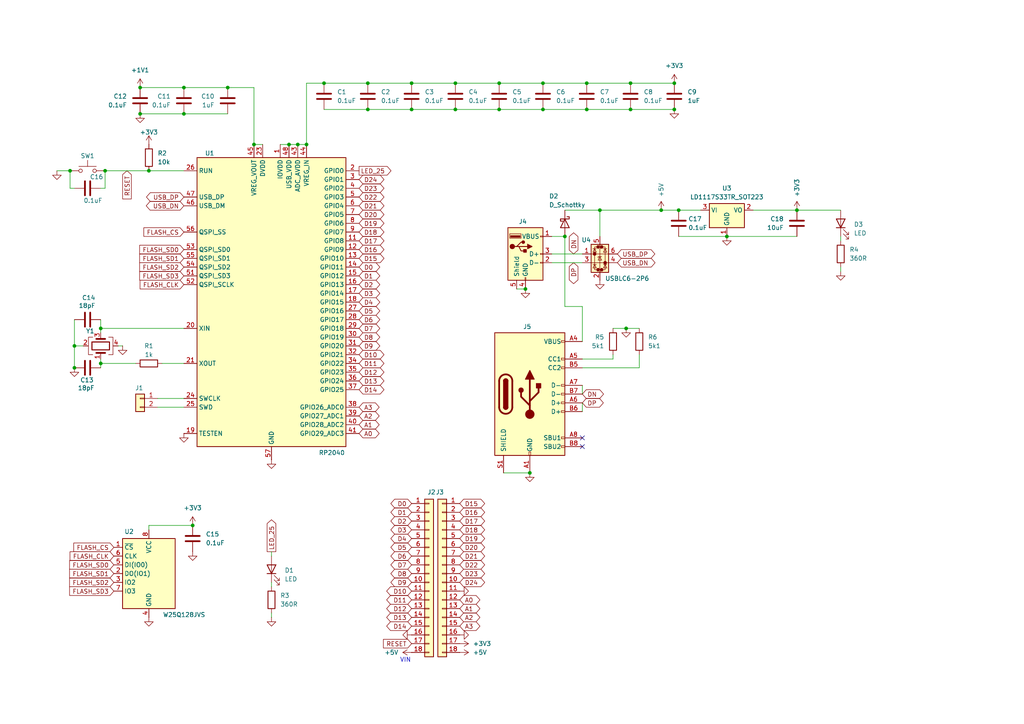
<source format=kicad_sch>
(kicad_sch (version 20231120) (generator "eeschema") (generator_version "8.0")
  (paper "A4")
  (lib_symbols
    (symbol "Connector:USB_A" (pin_names (offset 1.016))
      (property "Reference" "J" (at -5.08 11.43 0))
      (property "Value" "USB_A" (at -5.08 8.89 0))
      (symbol "USB_A_1_1"
        (pin power_in line (at 7.62 5.08 180) (length 2.54) (name "VBUS") (number "1"))
        (pin bidirectional line (at 7.62 -2.54 180) (length 2.54) (name "D-") (number "2"))
        (pin bidirectional line (at 7.62 0 180) (length 2.54) (name "D+") (number "3"))
        (pin power_in line (at 0 -10.16 90) (length 2.54) (name "GND") (number "4"))
        (pin passive line (at -2.54 -10.16 90) (length 2.54) (name "Shield") (number "5"))
      )
    )
    (symbol "Connector:USB_C_Receptacle_USB2.0_16P" (pin_names (offset 1.016))
      (property "Reference" "J" (at 0 22.225 0))
      (property "Value" "USB_C_Receptacle_USB2.0_16P" (at 0 19.685 0))
      (symbol "USB_C_Receptacle_USB2.0_16P_1_1"
        (pin passive line (at 0 -22.86 90) (length 5.08) (name "GND") (number "A1"))
        (pin passive line (at 0 -22.86 90) (length 5.08) hide (name "GND") (number "A12"))
        (pin passive line (at 15.24 15.24 180) (length 5.08) (name "VBUS") (number "A4"))
        (pin bidirectional line (at 15.24 10.16 180) (length 5.08) (name "CC1") (number "A5"))
        (pin bidirectional line (at 15.24 -2.54 180) (length 5.08) (name "D+") (number "A6"))
        (pin bidirectional line (at 15.24 2.54 180) (length 5.08) (name "D-") (number "A7"))
        (pin bidirectional line (at 15.24 -12.7 180) (length 5.08) (name "SBU1") (number "A8"))
        (pin passive line (at 15.24 15.24 180) (length 5.08) hide (name "VBUS") (number "A9"))
        (pin passive line (at 0 -22.86 90) (length 5.08) hide (name "GND") (number "B1"))
        (pin passive line (at 0 -22.86 90) (length 5.08) hide (name "GND") (number "B12"))
        (pin passive line (at 15.24 15.24 180) (length 5.08) hide (name "VBUS") (number "B4"))
        (pin bidirectional line (at 15.24 7.62 180) (length 5.08) (name "CC2") (number "B5"))
        (pin bidirectional line (at 15.24 -5.08 180) (length 5.08) (name "D+") (number "B6"))
        (pin bidirectional line (at 15.24 0 180) (length 5.08) (name "D-") (number "B7"))
        (pin bidirectional line (at 15.24 -15.24 180) (length 5.08) (name "SBU2") (number "B8"))
        (pin passive line (at 15.24 15.24 180) (length 5.08) hide (name "VBUS") (number "B9"))
        (pin passive line (at -7.62 -22.86 90) (length 5.08) (name "SHIELD") (number "S1"))
      )
    )
    (symbol "Connector_Generic:Conn_01x02" (pin_names (offset 1.016) hide)
      (property "Reference" "J" (at 0 2.54 0))
      (property "Value" "Conn_01x02" (at 0 -5.08 0))
      (symbol "Conn_01x02_1_1"
        (pin passive line (at -5.08 0 0) (length 3.81) (name "Pin_1") (number "1"))
        (pin passive line (at -5.08 -2.54 0) (length 3.81) (name "Pin_2") (number "2"))
      )
    )
    (symbol "Connector_Generic:Conn_01x18" (pin_names (offset 1.016) hide)
      (property "Reference" "J" (at 0 22.86 0))
      (property "Value" "Conn_01x18" (at 0 -25.4 0))
      (symbol "Conn_01x18_1_1"
        (pin passive line (at -5.08 20.32 0) (length 3.81) (name "Pin_1") (number "1"))
        (pin passive line (at -5.08 -2.54 0) (length 3.81) (name "Pin_10") (number "10"))
        (pin passive line (at -5.08 -5.08 0) (length 3.81) (name "Pin_11") (number "11"))
        (pin passive line (at -5.08 -7.62 0) (length 3.81) (name "Pin_12") (number "12"))
        (pin passive line (at -5.08 -10.16 0) (length 3.81) (name "Pin_13") (number "13"))
        (pin passive line (at -5.08 -12.7 0) (length 3.81) (name "Pin_14") (number "14"))
        (pin passive line (at -5.08 -15.24 0) (length 3.81) (name "Pin_15") (number "15"))
        (pin passive line (at -5.08 -17.78 0) (length 3.81) (name "Pin_16") (number "16"))
        (pin passive line (at -5.08 -20.32 0) (length 3.81) (name "Pin_17") (number "17"))
        (pin passive line (at -5.08 -22.86 0) (length 3.81) (name "Pin_18") (number "18"))
        (pin passive line (at -5.08 17.78 0) (length 3.81) (name "Pin_2") (number "2"))
        (pin passive line (at -5.08 15.24 0) (length 3.81) (name "Pin_3") (number "3"))
        (pin passive line (at -5.08 12.7 0) (length 3.81) (name "Pin_4") (number "4"))
        (pin passive line (at -5.08 10.16 0) (length 3.81) (name "Pin_5") (number "5"))
        (pin passive line (at -5.08 7.62 0) (length 3.81) (name "Pin_6") (number "6"))
        (pin passive line (at -5.08 5.08 0) (length 3.81) (name "Pin_7") (number "7"))
        (pin passive line (at -5.08 2.54 0) (length 3.81) (name "Pin_8") (number "8"))
        (pin passive line (at -5.08 0 0) (length 3.81) (name "Pin_9") (number "9"))
      )
    )
    (symbol "Device:C" (pin_numbers hide) (pin_names (offset 0.254))
      (property "Reference" "C" (at 0.635 2.54 0))
      (property "Value" "C" (at 0.635 -2.54 0))
      (symbol "C_1_1"
        (pin passive line (at 0 3.81 270) (length 2.794) (name "~") (number "1"))
        (pin passive line (at 0 -3.81 90) (length 2.794) (name "~") (number "2"))
      )
    )
    (symbol "Device:Crystal_GND24" (pin_names (offset 1.016) hide)
      (property "Reference" "Y" (at 3.175 5.08 0))
      (property "Value" "Crystal_GND24" (at 3.175 3.175 0))
      (symbol "Crystal_GND24_1_1"
        (pin passive line (at -3.81 0 0) (length 1.27) (name "1") (number "1"))
        (pin passive line (at 0 5.08 270) (length 1.27) (name "2") (number "2"))
        (pin passive line (at 3.81 0 180) (length 1.27) (name "3") (number "3"))
        (pin passive line (at 0 -5.08 90) (length 1.27) (name "4") (number "4"))
      )
    )
    (symbol "Device:D_Schottky" (pin_numbers hide) (pin_names (offset 1.016) hide)
      (property "Reference" "D" (at 0 2.54 0))
      (property "Value" "D_Schottky" (at 0 -2.54 0))
      (symbol "D_Schottky_1_1"
        (pin passive line (at -3.81 0 0) (length 2.54) (name "K") (number "1"))
        (pin passive line (at 3.81 0 180) (length 2.54) (name "A") (number "2"))
      )
    )
    (symbol "Device:LED" (pin_numbers hide) (pin_names (offset 1.016) hide)
      (property "Reference" "D" (at 0 2.54 0))
      (property "Value" "LED" (at 0 -2.54 0))
      (symbol "LED_1_1"
        (pin passive line (at -3.81 0 0) (length 2.54) (name "K") (number "1"))
        (pin passive line (at 3.81 0 180) (length 2.54) (name "A") (number "2"))
      )
    )
    (symbol "Device:R" (pin_numbers hide) (pin_names (offset 0))
      (property "Reference" "R" (at 2.032 0 90))
      (property "Value" "R" (at 0 0 90))
      (symbol "R_1_1"
        (pin passive line (at 0 3.81 270) (length 1.27) (name "~") (number "1"))
        (pin passive line (at 0 -3.81 90) (length 1.27) (name "~") (number "2"))
      )
    )
    (symbol "MCU_RaspberryPi:RP2040"
      (property "Reference" "U" (at 17.78 45.72 0))
      (property "Value" "RP2040" (at 17.78 43.18 0))
      (symbol "RP2040_1_1"
        (pin power_in line (at 2.54 45.72 270) (length 3.81) (name "IOVDD") (number "1"))
        (pin passive line (at 2.54 45.72 270) (length 3.81) hide (name "IOVDD") (number "10"))
        (pin bidirectional line (at 25.4 17.78 180) (length 3.81) (name "GPIO8") (number "11"))
        (pin bidirectional line (at 25.4 15.24 180) (length 3.81) (name "GPIO9") (number "12"))
        (pin bidirectional line (at 25.4 12.7 180) (length 3.81) (name "GPIO10") (number "13"))
        (pin bidirectional line (at 25.4 10.16 180) (length 3.81) (name "GPIO11") (number "14"))
        (pin bidirectional line (at 25.4 7.62 180) (length 3.81) (name "GPIO12") (number "15"))
        (pin bidirectional line (at 25.4 5.08 180) (length 3.81) (name "GPIO13") (number "16"))
        (pin bidirectional line (at 25.4 2.54 180) (length 3.81) (name "GPIO14") (number "17"))
        (pin bidirectional line (at 25.4 0 180) (length 3.81) (name "GPIO15") (number "18"))
        (pin input line (at -25.4 -38.1 0) (length 3.81) (name "TESTEN") (number "19"))
        (pin bidirectional line (at 25.4 38.1 180) (length 3.81) (name "GPIO0") (number "2"))
        (pin input line (at -25.4 -7.62 0) (length 3.81) (name "XIN") (number "20"))
        (pin passive line (at -25.4 -17.78 0) (length 3.81) (name "XOUT") (number "21"))
        (pin passive line (at 2.54 45.72 270) (length 3.81) hide (name "IOVDD") (number "22"))
        (pin power_in line (at -2.54 45.72 270) (length 3.81) (name "DVDD") (number "23"))
        (pin input line (at -25.4 -27.94 0) (length 3.81) (name "SWCLK") (number "24"))
        (pin bidirectional line (at -25.4 -30.48 0) (length 3.81) (name "SWD") (number "25"))
        (pin input line (at -25.4 38.1 0) (length 3.81) (name "RUN") (number "26"))
        (pin bidirectional line (at 25.4 -2.54 180) (length 3.81) (name "GPIO16") (number "27"))
        (pin bidirectional line (at 25.4 -5.08 180) (length 3.81) (name "GPIO17") (number "28"))
        (pin bidirectional line (at 25.4 -7.62 180) (length 3.81) (name "GPIO18") (number "29"))
        (pin bidirectional line (at 25.4 35.56 180) (length 3.81) (name "GPIO1") (number "3"))
        (pin bidirectional line (at 25.4 -10.16 180) (length 3.81) (name "GPIO19") (number "30"))
        (pin bidirectional line (at 25.4 -12.7 180) (length 3.81) (name "GPIO20") (number "31"))
        (pin bidirectional line (at 25.4 -15.24 180) (length 3.81) (name "GPIO21") (number "32"))
        (pin passive line (at 2.54 45.72 270) (length 3.81) hide (name "IOVDD") (number "33"))
        (pin bidirectional line (at 25.4 -17.78 180) (length 3.81) (name "GPIO22") (number "34"))
        (pin bidirectional line (at 25.4 -20.32 180) (length 3.81) (name "GPIO23") (number "35"))
        (pin bidirectional line (at 25.4 -22.86 180) (length 3.81) (name "GPIO24") (number "36"))
        (pin bidirectional line (at 25.4 -25.4 180) (length 3.81) (name "GPIO25") (number "37"))
        (pin bidirectional line (at 25.4 -30.48 180) (length 3.81) (name "GPIO26_ADC0") (number "38"))
        (pin bidirectional line (at 25.4 -33.02 180) (length 3.81) (name "GPIO27_ADC1") (number "39"))
        (pin bidirectional line (at 25.4 33.02 180) (length 3.81) (name "GPIO2") (number "4"))
        (pin bidirectional line (at 25.4 -35.56 180) (length 3.81) (name "GPIO28_ADC2") (number "40"))
        (pin bidirectional line (at 25.4 -38.1 180) (length 3.81) (name "GPIO29_ADC3") (number "41"))
        (pin passive line (at 2.54 45.72 270) (length 3.81) hide (name "IOVDD") (number "42"))
        (pin power_in line (at 7.62 45.72 270) (length 3.81) (name "ADC_AVDD") (number "43"))
        (pin power_in line (at 10.16 45.72 270) (length 3.81) (name "VREG_IN") (number "44"))
        (pin power_out line (at -5.08 45.72 270) (length 3.81) (name "VREG_VOUT") (number "45"))
        (pin bidirectional line (at -25.4 27.94 0) (length 3.81) (name "USB_DM") (number "46"))
        (pin bidirectional line (at -25.4 30.48 0) (length 3.81) (name "USB_DP") (number "47"))
        (pin power_in line (at 5.08 45.72 270) (length 3.81) (name "USB_VDD") (number "48"))
        (pin passive line (at 2.54 45.72 270) (length 3.81) hide (name "IOVDD") (number "49"))
        (pin bidirectional line (at 25.4 30.48 180) (length 3.81) (name "GPIO3") (number "5"))
        (pin passive line (at -2.54 45.72 270) (length 3.81) hide (name "DVDD") (number "50"))
        (pin bidirectional line (at -25.4 7.62 0) (length 3.81) (name "QSPI_SD3") (number "51"))
        (pin output line (at -25.4 5.08 0) (length 3.81) (name "QSPI_SCLK") (number "52"))
        (pin bidirectional line (at -25.4 15.24 0) (length 3.81) (name "QSPI_SD0") (number "53"))
        (pin bidirectional line (at -25.4 10.16 0) (length 3.81) (name "QSPI_SD2") (number "54"))
        (pin bidirectional line (at -25.4 12.7 0) (length 3.81) (name "QSPI_SD1") (number "55"))
        (pin bidirectional line (at -25.4 20.32 0) (length 3.81) (name "QSPI_SS") (number "56"))
        (pin power_in line (at 0 -45.72 90) (length 3.81) (name "GND") (number "57"))
        (pin bidirectional line (at 25.4 27.94 180) (length 3.81) (name "GPIO4") (number "6"))
        (pin bidirectional line (at 25.4 25.4 180) (length 3.81) (name "GPIO5") (number "7"))
        (pin bidirectional line (at 25.4 22.86 180) (length 3.81) (name "GPIO6") (number "8"))
        (pin bidirectional line (at 25.4 20.32 180) (length 3.81) (name "GPIO7") (number "9"))
      )
    )
    (symbol "Memory_Flash:W25Q128JVS"
      (property "Reference" "U" (at -8.89 8.89 0))
      (property "Value" "W25Q128JVS" (at 7.62 8.89 0))
      (symbol "W25Q128JVS_1_1"
        (pin input line (at -10.16 7.62 0) (length 2.54) (name "~{CS}") (number "1"))
        (pin bidirectional line (at -10.16 0 0) (length 2.54) (name "DO(IO1)") (number "2"))
        (pin bidirectional line (at -10.16 -2.54 0) (length 2.54) (name "IO2") (number "3"))
        (pin power_in line (at 0 -12.7 90) (length 2.54) (name "GND") (number "4"))
        (pin bidirectional line (at -10.16 2.54 0) (length 2.54) (name "DI(IO0)") (number "5"))
        (pin input line (at -10.16 5.08 0) (length 2.54) (name "CLK") (number "6"))
        (pin bidirectional line (at -10.16 -5.08 0) (length 2.54) (name "IO3") (number "7"))
        (pin power_in line (at 0 12.7 270) (length 2.54) (name "VCC") (number "8"))
      )
    )
    (symbol "Power_Protection:USBLC6-2P6" (pin_names hide)
      (property "Reference" "U" (at 0.635 5.715 0))
      (property "Value" "USBLC6-2P6" (at 0.635 3.81 0))
      (symbol "USBLC6-2P6_1_1"
        (pin passive line (at -5.08 0 0) (length 2.54) (name "I/O1") (number "1"))
        (pin passive line (at 0 -7.62 90) (length 2.54) (name "GND") (number "2"))
        (pin passive line (at -5.08 -2.54 0) (length 2.54) (name "I/O2") (number "3"))
        (pin passive line (at 5.08 -2.54 180) (length 2.54) (name "I/O2") (number "4"))
        (pin passive line (at 0 5.08 270) (length 2.54) (name "VBUS") (number "5"))
        (pin passive line (at 5.08 0 180) (length 2.54) (name "I/O1") (number "6"))
      )
    )
    (symbol "Regulator_Linear:LD1117S33TR_SOT223"
      (property "Reference" "U" (at -3.81 3.175 0))
      (property "Value" "LD1117S33TR_SOT223" (at 0 3.175 0))
      (symbol "LD1117S33TR_SOT223_1_1"
        (pin power_in line (at 0 -7.62 90) (length 2.54) (name "GND") (number "1"))
        (pin power_out line (at 7.62 0 180) (length 2.54) (name "VO") (number "2"))
        (pin power_in line (at -7.62 0 0) (length 2.54) (name "VI") (number "3"))
      )
    )
    (symbol "Switch:SW_Push" (pin_numbers hide) (pin_names (offset 1.016) hide)
      (property "Reference" "SW" (at 1.27 2.54 0))
      (property "Value" "SW_Push" (at 0 -1.524 0))
      (symbol "SW_Push_0_1"
        (pin passive line (at -5.08 0 0) (length 2.54) (name "1") (number "1"))
        (pin passive line (at 5.08 0 180) (length 2.54) (name "2") (number "2"))
      )
    )
    (symbol "power:+1V1" (power) (pin_numbers hide) (pin_names (offset 0) hide)
      (property "Value" "+1V1" (at 0 3.556 0))
      (symbol "+1V1_1_1"
        (pin power_in line (at 0 0 90) (length 0) (name "~") (number "1"))
      )
    )
    (symbol "power:+3V3" (power) (pin_numbers hide) (pin_names (offset 0) hide)
      (property "Value" "+3V3" (at 0 3.556 0))
      (symbol "+3V3_1_1"
        (pin power_in line (at 0 0 90) (length 0) (name "~") (number "1"))
      )
    )
    (symbol "power:+5V" (power) (pin_numbers hide) (pin_names (offset 0) hide)
      (property "Value" "+5V" (at 0 3.556 0))
      (symbol "+5V_1_1"
        (pin power_in line (at 0 0 90) (length 0) (name "~") (number "1"))
      )
    )
    (symbol "power:GND" (power) (pin_numbers hide) (pin_names (offset 0) hide)
      (property "Value" "GND" (at 0 -3.81 0))
      (symbol "GND_1_1"
        (pin power_in line (at 0 0 270) (length 0) (name "~") (number "1"))
      )
    )
  )
  (junction (at 40.64 33.02))
  (junction (at 231.14 60.96))
  (junction (at 210.82 68.58))
  (junction (at 73.66 41.91))
  (junction (at 86.36 41.91))
  (junction (at 30.48 49.53))
  (junction (at 157.48 31.75))
  (junction (at 21.59 106.68))
  (junction (at 170.18 31.75))
  (junction (at 66.04 25.4))
  (junction (at 93.98 24.13))
  (junction (at 182.88 31.75))
  (junction (at 55.88 152.4))
  (junction (at 20.32 49.53))
  (junction (at 173.99 60.96))
  (junction (at 88.9 41.91))
  (junction (at 43.18 49.53))
  (junction (at 196.85 60.96))
  (junction (at 152.4 83.82))
  (junction (at 21.59 100.33))
  (junction (at 40.64 25.4))
  (junction (at 53.34 25.4))
  (junction (at 163.83 68.58))
  (junction (at 29.21 95.25))
  (junction (at 170.18 24.13))
  (junction (at 153.67 137.16))
  (junction (at 132.08 31.75))
  (junction (at 182.88 24.13))
  (junction (at 106.68 31.75))
  (junction (at 119.38 31.75))
  (junction (at 144.78 24.13))
  (junction (at 132.08 24.13))
  (junction (at 106.68 24.13))
  (junction (at 29.21 105.41))
  (junction (at 144.78 31.75))
  (junction (at 195.58 24.13))
  (junction (at 83.82 41.91))
  (junction (at 157.48 24.13))
  (junction (at 195.58 31.75))
  (junction (at 119.38 24.13))
  (junction (at 53.34 33.02))
  (junction (at 191.77 60.96))
  (junction (at 181.61 95.25))
  (no_connect (at 168.91 127))
  (no_connect (at 168.91 129.54))
  (wire (pts (xy 177.8 102.87) (xy 177.8 104.14)))
  (wire (pts (xy 83.82 41.91) (xy 86.36 41.91)))
  (wire (pts (xy 168.91 106.68) (xy 185.42 106.68)))
  (wire (pts (xy 173.99 60.96) (xy 173.99 68.58)))
  (wire (pts (xy 196.85 60.96) (xy 203.2 60.96)))
  (wire (pts (xy 173.99 60.96) (xy 191.77 60.96)))
  (wire (pts (xy 146.05 137.16) (xy 153.67 137.16)))
  (wire (pts (xy 29.21 105.41) (xy 39.37 105.41)))
  (wire (pts (xy 160.02 68.58) (xy 163.83 68.58)))
  (wire (pts (xy 93.98 31.75) (xy 106.68 31.75)))
  (wire (pts (xy 30.48 49.53) (xy 43.18 49.53)))
  (wire (pts (xy 243.84 68.58) (xy 243.84 69.85)))
  (wire (pts (xy 195.58 24.13) (xy 182.88 24.13)))
  (wire (pts (xy 45.72 115.57) (xy 53.34 115.57)))
  (wire (pts (xy 78.74 177.8) (xy 78.74 179.07)))
  (wire (pts (xy 78.74 168.91) (xy 78.74 170.18)))
  (wire (pts (xy 168.91 88.9) (xy 163.83 88.9)))
  (wire (pts (xy 182.88 24.13) (xy 170.18 24.13)))
  (wire (pts (xy 21.59 92.71) (xy 21.59 100.33)))
  (wire (pts (xy 29.21 104.14) (xy 29.21 105.41)))
  (wire (pts (xy 29.21 95.25) (xy 53.34 95.25)))
  (wire (pts (xy 163.83 60.96) (xy 173.99 60.96)))
  (wire (pts (xy 157.48 24.13) (xy 170.18 24.13)))
  (wire (pts (xy 46.99 105.41) (xy 53.34 105.41)))
  (wire (pts (xy 119.38 31.75) (xy 132.08 31.75)))
  (wire (pts (xy 43.18 153.67) (xy 43.18 152.4)))
  (wire (pts (xy 66.04 25.4) (xy 73.66 25.4)))
  (wire (pts (xy 196.85 68.58) (xy 210.82 68.58)))
  (wire (pts (xy 168.91 111.76) (xy 168.91 114.3)))
  (wire (pts (xy 81.28 41.91) (xy 83.82 41.91)))
  (wire (pts (xy 243.84 77.47) (xy 243.84 78.74)))
  (wire (pts (xy 29.21 92.71) (xy 29.21 95.25)))
  (wire (pts (xy 160.02 76.2) (xy 168.91 76.2)))
  (wire (pts (xy 88.9 41.91) (xy 86.36 41.91)))
  (wire (pts (xy 163.83 88.9) (xy 163.83 68.58)))
  (wire (pts (xy 119.38 31.75) (xy 106.68 31.75)))
  (wire (pts (xy 160.02 73.66) (xy 168.91 73.66)))
  (wire (pts (xy 144.78 24.13) (xy 157.48 24.13)))
  (wire (pts (xy 182.88 31.75) (xy 170.18 31.75)))
  (wire (pts (xy 29.21 105.41) (xy 29.21 106.68)))
  (wire (pts (xy 45.72 118.11) (xy 53.34 118.11)))
  (wire (pts (xy 78.74 160.02) (xy 78.74 161.29)))
  (wire (pts (xy 210.82 68.58) (xy 231.14 68.58)))
  (wire (pts (xy 73.66 41.91) (xy 76.2 41.91)))
  (wire (pts (xy 29.21 96.52) (xy 29.21 95.25)))
  (wire (pts (xy 168.91 116.84) (xy 168.91 119.38)))
  (wire (pts (xy 21.59 54.61) (xy 20.32 54.61)))
  (wire (pts (xy 88.9 24.13) (xy 93.98 24.13)))
  (wire (pts (xy 40.64 25.4) (xy 53.34 25.4)))
  (wire (pts (xy 132.08 24.13) (xy 144.78 24.13)))
  (wire (pts (xy 93.98 24.13) (xy 106.68 24.13)))
  (wire (pts (xy 231.14 60.96) (xy 243.84 60.96)))
  (wire (pts (xy 34.29 100.33) (xy 35.56 100.33)))
  (wire (pts (xy 20.32 54.61) (xy 20.32 49.53)))
  (wire (pts (xy 29.21 54.61) (xy 30.48 54.61)))
  (wire (pts (xy 182.88 31.75) (xy 195.58 31.75)))
  (wire (pts (xy 21.59 100.33) (xy 24.13 100.33)))
  (wire (pts (xy 170.18 31.75) (xy 157.48 31.75)))
  (wire (pts (xy 43.18 152.4) (xy 55.88 152.4)))
  (wire (pts (xy 168.91 99.06) (xy 168.91 88.9)))
  (wire (pts (xy 149.86 83.82) (xy 152.4 83.82)))
  (wire (pts (xy 30.48 54.61) (xy 30.48 49.53)))
  (wire (pts (xy 196.85 60.96) (xy 191.77 60.96)))
  (wire (pts (xy 119.38 24.13) (xy 106.68 24.13)))
  (wire (pts (xy 40.64 33.02) (xy 53.34 33.02)))
  (wire (pts (xy 16.51 49.53) (xy 20.32 49.53)))
  (wire (pts (xy 88.9 41.91) (xy 88.9 24.13)))
  (wire (pts (xy 132.08 31.75) (xy 144.78 31.75)))
  (wire (pts (xy 181.61 95.25) (xy 185.42 95.25)))
  (wire (pts (xy 218.44 60.96) (xy 231.14 60.96)))
  (wire (pts (xy 144.78 31.75) (xy 157.48 31.75)))
  (wire (pts (xy 177.8 104.14) (xy 168.91 104.14)))
  (wire (pts (xy 185.42 106.68) (xy 185.42 102.87)))
  (wire (pts (xy 21.59 106.68) (xy 21.59 100.33)))
  (wire (pts (xy 43.18 49.53) (xy 53.34 49.53)))
  (wire (pts (xy 53.34 25.4) (xy 66.04 25.4)))
  (wire (pts (xy 73.66 25.4) (xy 73.66 41.91)))
  (wire (pts (xy 177.8 95.25) (xy 181.61 95.25)))
  (wire (pts (xy 119.38 24.13) (xy 132.08 24.13)))
  (wire (pts (xy 53.34 33.02) (xy 66.04 33.02)))
  (text "VIN" (at 117.602 191.516 0) (effects (font (size 1.27 1.27))))
  (global_label "D21" (shape bidirectional) (at 104.14 59.69 0) (property "Intersheetrefs" "${INTERSHEET_REFS}" (effects (hide yes))))
  (global_label "DN" (shape bidirectional) (at 166.37 73.66 90) (property "Intersheetrefs" "${INTERSHEET_REFS}" (effects (hide yes))))
  (global_label "D1" (shape bidirectional) (at 104.14 80.01 0) (property "Intersheetrefs" "${INTERSHEET_REFS}" (effects (hide yes))))
  (global_label "USB_DN" (shape bidirectional) (at 53.34 59.69 180) (property "Intersheetrefs" "${INTERSHEET_REFS}" (effects (hide yes))))
  (global_label "FLASH_SD0" (shape input) (at 33.02 163.83 180) (property "Intersheetrefs" "${INTERSHEET_REFS}" (effects (hide yes))))
  (global_label "D12" (shape bidirectional) (at 119.38 176.53 180) (property "Intersheetrefs" "${INTERSHEET_REFS}" (effects (hide yes))))
  (global_label "D21" (shape bidirectional) (at 133.35 161.29 0) (property "Intersheetrefs" "${INTERSHEET_REFS}" (effects (hide yes))))
  (global_label "D23" (shape bidirectional) (at 133.35 166.37 0) (property "Intersheetrefs" "${INTERSHEET_REFS}" (effects (hide yes))))
  (global_label "D10" (shape bidirectional) (at 104.14 102.87 0) (property "Intersheetrefs" "${INTERSHEET_REFS}" (effects (hide yes))))
  (global_label "FLASH_SD2" (shape input) (at 33.02 168.91 180) (property "Intersheetrefs" "${INTERSHEET_REFS}" (effects (hide yes))))
  (global_label "D17" (shape bidirectional) (at 104.14 69.85 0) (property "Intersheetrefs" "${INTERSHEET_REFS}" (effects (hide yes))))
  (global_label "A3" (shape bidirectional) (at 133.35 181.61 0) (property "Intersheetrefs" "${INTERSHEET_REFS}" (effects (hide yes))))
  (global_label "DP" (shape bidirectional) (at 166.37 76.2 270) (property "Intersheetrefs" "${INTERSHEET_REFS}" (effects (hide yes))))
  (global_label "D0" (shape bidirectional) (at 104.14 77.47 0) (property "Intersheetrefs" "${INTERSHEET_REFS}" (effects (hide yes))))
  (global_label "D22" (shape bidirectional) (at 104.14 57.15 0) (property "Intersheetrefs" "${INTERSHEET_REFS}" (effects (hide yes))))
  (global_label "D4" (shape bidirectional) (at 104.14 87.63 0) (property "Intersheetrefs" "${INTERSHEET_REFS}" (effects (hide yes))))
  (global_label "FLASH_SD1" (shape input) (at 53.34 74.93 180) (property "Intersheetrefs" "${INTERSHEET_REFS}" (effects (hide yes))))
  (global_label "A1" (shape bidirectional) (at 133.35 176.53 0) (property "Intersheetrefs" "${INTERSHEET_REFS}" (effects (hide yes))))
  (global_label "D8" (shape bidirectional) (at 104.14 97.79 0) (property "Intersheetrefs" "${INTERSHEET_REFS}" (effects (hide yes))))
  (global_label "D7" (shape bidirectional) (at 119.38 163.83 180) (property "Intersheetrefs" "${INTERSHEET_REFS}" (effects (hide yes))))
  (global_label "D18" (shape bidirectional) (at 104.14 67.31 0) (property "Intersheetrefs" "${INTERSHEET_REFS}" (effects (hide yes))))
  (global_label "D7" (shape bidirectional) (at 104.14 95.25 0) (property "Intersheetrefs" "${INTERSHEET_REFS}" (effects (hide yes))))
  (global_label "RESET" (shape input) (at 119.38 186.69 180) (property "Intersheetrefs" "${INTERSHEET_REFS}" (effects (hide yes))))
  (global_label "D9" (shape bidirectional) (at 119.38 168.91 180) (property "Intersheetrefs" "${INTERSHEET_REFS}" (effects (hide yes))))
  (global_label "A2" (shape bidirectional) (at 104.14 120.65 0) (property "Intersheetrefs" "${INTERSHEET_REFS}" (effects (hide yes))))
  (global_label "D5" (shape bidirectional) (at 104.14 90.17 0) (property "Intersheetrefs" "${INTERSHEET_REFS}" (effects (hide yes))))
  (global_label "D4" (shape bidirectional) (at 119.38 156.21 180) (property "Intersheetrefs" "${INTERSHEET_REFS}" (effects (hide yes))))
  (global_label "RESET" (shape input) (at 36.83 49.53 270) (property "Intersheetrefs" "${INTERSHEET_REFS}" (effects (hide yes))))
  (global_label "D5" (shape bidirectional) (at 119.38 158.75 180) (property "Intersheetrefs" "${INTERSHEET_REFS}" (effects (hide yes))))
  (global_label "A1" (shape bidirectional) (at 104.14 123.19 0) (property "Intersheetrefs" "${INTERSHEET_REFS}" (effects (hide yes))))
  (global_label "FLASH_CS" (shape input) (at 53.34 67.31 180) (property "Intersheetrefs" "${INTERSHEET_REFS}" (effects (hide yes))))
  (global_label "FLASH_SD0" (shape input) (at 53.34 72.39 180) (property "Intersheetrefs" "${INTERSHEET_REFS}" (effects (hide yes))))
  (global_label "USB_DP" (shape bidirectional) (at 53.34 57.15 180) (property "Intersheetrefs" "${INTERSHEET_REFS}" (effects (hide yes))))
  (global_label "D6" (shape bidirectional) (at 104.14 92.71 0) (property "Intersheetrefs" "${INTERSHEET_REFS}" (effects (hide yes))))
  (global_label "D1" (shape bidirectional) (at 119.38 148.59 180) (property "Intersheetrefs" "${INTERSHEET_REFS}" (effects (hide yes))))
  (global_label "D19" (shape bidirectional) (at 104.14 64.77 0) (property "Intersheetrefs" "${INTERSHEET_REFS}" (effects (hide yes))))
  (global_label "D8" (shape bidirectional) (at 119.38 166.37 180) (property "Intersheetrefs" "${INTERSHEET_REFS}" (effects (hide yes))))
  (global_label "LED_25" (shape output) (at 104.14 49.53 0) (property "Intersheetrefs" "${INTERSHEET_REFS}" (effects (hide yes))))
  (global_label "D0" (shape bidirectional) (at 119.38 146.05 180) (property "Intersheetrefs" "${INTERSHEET_REFS}" (effects (hide yes))))
  (global_label "D16" (shape bidirectional) (at 133.35 148.59 0) (property "Intersheetrefs" "${INTERSHEET_REFS}" (effects (hide yes))))
  (global_label "A0" (shape bidirectional) (at 133.35 173.99 0) (property "Intersheetrefs" "${INTERSHEET_REFS}" (effects (hide yes))))
  (global_label "D20" (shape bidirectional) (at 133.35 158.75 0) (property "Intersheetrefs" "${INTERSHEET_REFS}" (effects (hide yes))))
  (global_label "D2" (shape bidirectional) (at 104.14 82.55 0) (property "Intersheetrefs" "${INTERSHEET_REFS}" (effects (hide yes))))
  (global_label "DN" (shape bidirectional) (at 168.91 114.3 0) (property "Intersheetrefs" "${INTERSHEET_REFS}" (effects (hide yes))))
  (global_label "D17" (shape bidirectional) (at 133.35 151.13 0) (property "Intersheetrefs" "${INTERSHEET_REFS}" (effects (hide yes))))
  (global_label "D6" (shape bidirectional) (at 119.38 161.29 180) (property "Intersheetrefs" "${INTERSHEET_REFS}" (effects (hide yes))))
  (global_label "D13" (shape bidirectional) (at 104.14 110.49 0) (property "Intersheetrefs" "${INTERSHEET_REFS}" (effects (hide yes))))
  (global_label "D14" (shape bidirectional) (at 104.14 113.03 0) (property "Intersheetrefs" "${INTERSHEET_REFS}" (effects (hide yes))))
  (global_label "A3" (shape bidirectional) (at 104.14 118.11 0) (property "Intersheetrefs" "${INTERSHEET_REFS}" (effects (hide yes))))
  (global_label "D24" (shape bidirectional) (at 104.14 52.07 0) (property "Intersheetrefs" "${INTERSHEET_REFS}" (effects (hide yes))))
  (global_label "D3" (shape bidirectional) (at 104.14 85.09 0) (property "Intersheetrefs" "${INTERSHEET_REFS}" (effects (hide yes))))
  (global_label "D9" (shape bidirectional) (at 104.14 100.33 0) (property "Intersheetrefs" "${INTERSHEET_REFS}" (effects (hide yes))))
  (global_label "USB_DN" (shape bidirectional) (at 179.07 76.2 0) (property "Intersheetrefs" "${INTERSHEET_REFS}" (effects (hide yes))))
  (global_label "FLASH_SD3" (shape input) (at 33.02 171.45 180) (property "Intersheetrefs" "${INTERSHEET_REFS}" (effects (hide yes))))
  (global_label "D10" (shape bidirectional) (at 119.38 171.45 180) (property "Intersheetrefs" "${INTERSHEET_REFS}" (effects (hide yes))))
  (global_label "D2" (shape bidirectional) (at 119.38 151.13 180) (property "Intersheetrefs" "${INTERSHEET_REFS}" (effects (hide yes))))
  (global_label "D3" (shape bidirectional) (at 119.38 153.67 180) (property "Intersheetrefs" "${INTERSHEET_REFS}" (effects (hide yes))))
  (global_label "DP" (shape bidirectional) (at 168.91 116.84 0) (property "Intersheetrefs" "${INTERSHEET_REFS}" (effects (hide yes))))
  (global_label "D22" (shape bidirectional) (at 133.35 163.83 0) (property "Intersheetrefs" "${INTERSHEET_REFS}" (effects (hide yes))))
  (global_label "USB_DP" (shape bidirectional) (at 179.07 73.66 0) (property "Intersheetrefs" "${INTERSHEET_REFS}" (effects (hide yes))))
  (global_label "D11" (shape bidirectional) (at 104.14 105.41 0) (property "Intersheetrefs" "${INTERSHEET_REFS}" (effects (hide yes))))
  (global_label "FLASH_SD1" (shape input) (at 33.02 166.37 180) (property "Intersheetrefs" "${INTERSHEET_REFS}" (effects (hide yes))))
  (global_label "D15" (shape bidirectional) (at 104.14 74.93 0) (property "Intersheetrefs" "${INTERSHEET_REFS}" (effects (hide yes))))
  (global_label "D23" (shape bidirectional) (at 104.14 54.61 0) (property "Intersheetrefs" "${INTERSHEET_REFS}" (effects (hide yes))))
  (global_label "LED_25" (shape output) (at 78.74 160.02 90) (property "Intersheetrefs" "${INTERSHEET_REFS}" (effects (hide yes))))
  (global_label "D20" (shape bidirectional) (at 104.14 62.23 0) (property "Intersheetrefs" "${INTERSHEET_REFS}" (effects (hide yes))))
  (global_label "D15" (shape bidirectional) (at 133.35 146.05 0) (property "Intersheetrefs" "${INTERSHEET_REFS}" (effects (hide yes))))
  (global_label "FLASH_CLK" (shape input) (at 53.34 82.55 180) (property "Intersheetrefs" "${INTERSHEET_REFS}" (effects (hide yes))))
  (global_label "D19" (shape bidirectional) (at 133.35 156.21 0) (property "Intersheetrefs" "${INTERSHEET_REFS}" (effects (hide yes))))
  (global_label "D24" (shape bidirectional) (at 133.35 168.91 0) (property "Intersheetrefs" "${INTERSHEET_REFS}" (effects (hide yes))))
  (global_label "A0" (shape bidirectional) (at 104.14 125.73 0) (property "Intersheetrefs" "${INTERSHEET_REFS}" (effects (hide yes))))
  (global_label "FLASH_CLK" (shape input) (at 33.02 161.29 180) (property "Intersheetrefs" "${INTERSHEET_REFS}" (effects (hide yes))))
  (global_label "D14" (shape bidirectional) (at 119.38 181.61 180) (property "Intersheetrefs" "${INTERSHEET_REFS}" (effects (hide yes))))
  (global_label "D18" (shape bidirectional) (at 133.35 153.67 0) (property "Intersheetrefs" "${INTERSHEET_REFS}" (effects (hide yes))))
  (global_label "FLASH_CS" (shape input) (at 33.02 158.75 180) (property "Intersheetrefs" "${INTERSHEET_REFS}" (effects (hide yes))))
  (global_label "D12" (shape bidirectional) (at 104.14 107.95 0) (property "Intersheetrefs" "${INTERSHEET_REFS}" (effects (hide yes))))
  (global_label "D11" (shape bidirectional) (at 119.38 173.99 180) (property "Intersheetrefs" "${INTERSHEET_REFS}" (effects (hide yes))))
  (global_label "D13" (shape bidirectional) (at 119.38 179.07 180) (property "Intersheetrefs" "${INTERSHEET_REFS}" (effects (hide yes))))
  (global_label "A2" (shape bidirectional) (at 133.35 179.07 0) (property "Intersheetrefs" "${INTERSHEET_REFS}" (effects (hide yes))))
  (global_label "FLASH_SD2" (shape input) (at 53.34 77.47 180) (property "Intersheetrefs" "${INTERSHEET_REFS}" (effects (hide yes))))
  (global_label "FLASH_SD3" (shape input) (at 53.34 80.01 180) (property "Intersheetrefs" "${INTERSHEET_REFS}" (effects (hide yes))))
  (global_label "D16" (shape bidirectional) (at 104.14 72.39 0) (property "Intersheetrefs" "${INTERSHEET_REFS}" (effects (hide yes))))
  (symbol (lib_id "power:GND") (at 16.51 49.53 0) (unit 1)
    (property "Reference" "#PWR013" (effects (hide yes)))
    (property "Value" "GND" (effects (hide yes)))
    (property "Description" "Power symbol creates a global label with name \"GND\" , ground" (effects (hide yes)))
  )
  (symbol (lib_id "Power_Protection:USBLC6-2P6") (at 173.99 73.66 0) (unit 1)
    (property "Reference" "U4" (at 168.656 69.596 0) (effects (justify left)))
    (property "Value" "USBLC6-2P6" (at 175.514 80.772 0) (effects (justify left)))
    (property "Footprint" "Package_TO_SOT_SMD:SOT-666" (effects (hide yes)))
    (property "Datasheet" "https://www.st.com/resource/en/datasheet/usblc6-2.pdf" (effects (hide yes)))
    (property "Description" "Very low capacitance ESD protection diode, 2 data-line, SOT-666" (effects (hide yes)))
    (property "LCSC" "C2682291" (effects (hide yes)))
    (property "MPN" "USBLC6-2P6" (effects (hide yes)))
  )
  (symbol (lib_id "Device:C") (at 170.18 27.94 0) (unit 1)
    (property "Reference" "C7" (at 173.99 26.6699 0) (effects (justify left)))
    (property "Value" "0.1uF" (at 173.99 29.2099 0) (effects (justify left)))
    (property "Footprint" "Capacitor_SMD:C_0402_1005Metric" (effects (hide yes)))
    (property "Description" "Unpolarized capacitor" (effects (hide yes)))
    (property "MPN" "CL05B104KP5NNNC" (effects (hide yes)))
  )
  (symbol (lib_id "power:GND") (at 21.59 106.68 0) (unit 1)
    (property "Reference" "#PWR06" (effects (hide yes)))
    (property "Value" "GND" (effects (hide yes)))
    (property "Description" "Power symbol creates a global label with name \"GND\" , ground" (effects (hide yes)))
  )
  (symbol (lib_id "power:+1V1") (at 40.64 25.4 0) (unit 1)
    (property "Reference" "#PWR04" (effects (hide yes)))
    (property "Value" "+1V1" (at 40.64 20.32 0))
    (property "Description" "Power symbol creates a global label with name \"+1V1\"" (effects (hide yes)))
  )
  (symbol (lib_id "Device:C") (at 182.88 27.94 0) (unit 1)
    (property "Reference" "C8" (at 186.69 26.6699 0) (effects (justify left)))
    (property "Value" "0.1uF" (at 186.69 29.2099 0) (effects (justify left)))
    (property "Footprint" "Capacitor_SMD:C_0402_1005Metric" (effects (hide yes)))
    (property "Description" "Unpolarized capacitor" (effects (hide yes)))
    (property "MPN" "CL05B104KP5NNNC" (effects (hide yes)))
  )
  (symbol (lib_id "power:GND") (at 35.56 100.33 0) (unit 1)
    (property "Reference" "#PWR07" (effects (hide yes)))
    (property "Value" "GND" (effects (hide yes)))
    (property "Description" "Power symbol creates a global label with name \"GND\" , ground" (effects (hide yes)))
  )
  (symbol (lib_id "power:GND") (at 152.4 83.82 0) (unit 1)
    (property "Reference" "#PWR022" (effects (hide yes)))
    (property "Value" "GND" (effects (hide yes)))
    (property "Description" "Power symbol creates a global label with name \"GND\" , ground" (effects (hide yes)))
  )
  (symbol (lib_id "Device:R") (at 43.18 105.41 90) (unit 1)
    (property "Reference" "R1" (at 43.18 100.33 90))
    (property "Value" "1k" (at 43.18 102.87 90))
    (property "Footprint" "Resistor_SMD:R_0402_1005Metric" (effects (hide yes)))
    (property "Description" "Resistor" (effects (hide yes)))
    (property "MPN" "D1TFAS0402R1001F-T10" (effects (hide yes)))
  )
  (symbol (lib_id "Device:R") (at 243.84 73.66 0) (unit 1)
    (property "Reference" "R4" (at 246.38 72.3899 0) (effects (justify left)))
    (property "Value" "360R" (at 246.38 74.9299 0) (effects (justify left)))
    (property "Footprint" "Resistor_SMD:R_0402_1005Metric" (effects (hide yes)))
    (property "Description" "Resistor" (effects (hide yes)))
    (property "MPN" "RC0402FR-13360RL" (effects (hide yes)))
  )
  (symbol (lib_id "Device:C") (at 53.34 29.21 0) (mirror y) (unit 1)
    (property "Reference" "C11" (at 49.53 27.9399 0) (effects (justify left)))
    (property "Value" "0.1uF" (at 49.53 30.4799 0) (effects (justify left)))
    (property "Footprint" "Capacitor_SMD:C_0402_1005Metric" (effects (hide yes)))
    (property "Description" "Unpolarized capacitor" (effects (hide yes)))
    (property "MPN" "CL05B104KP5NNNC" (effects (hide yes)))
  )
  (symbol (lib_id "Switch:SW_Push") (at 25.4 49.53 0) (unit 1)
    (property "Reference" "SW1" (at 25.4 45.212 0))
    (property "Value" "SW_Push" (effects (hide yes)))
    (property "Footprint" "Button_Switch_SMD:SW_Push_1P1T_XKB_TS-1187A" (effects (hide yes)))
    (property "Description" "Push button switch, generic, two pins" (effects (hide yes)))
    (property "LCSC" "C318884" (effects (hide yes)))
    (property "MPN" "PTS645SK43SMTR92 LFS" (effects (hide yes)))
  )
  (symbol (lib_id "Connector_Generic:Conn_01x02") (at 40.64 115.57 0) (mirror y) (unit 1)
    (property "Reference" "J1" (at 40.386 112.522 0))
    (property "Value" "Conn_01x02" (effects (hide yes)))
    (property "Footprint" "Connector_Wire:SolderWire-2sqmm_1x02_P7.8mm_D2mm_OD3.9mm" (effects (hide yes)))
    (property "Description" "Generic connector, single row, 01x02, script generated (kicad-library-utils/schlib/autogen/connector/)" (effects (hide yes)))
    (property "LCSC" "C7501612" (effects (hide yes)))
    (property "MPN" "10129379-902002BLF" (effects (hide yes)))
  )
  (symbol (lib_id "Device:R") (at 78.74 173.99 0) (unit 1)
    (property "Reference" "R3" (at 81.28 172.7199 0) (effects (justify left)))
    (property "Value" "360R" (at 81.28 175.2599 0) (effects (justify left)))
    (property "Footprint" "Resistor_SMD:R_0402_1005Metric" (effects (hide yes)))
    (property "Description" "Resistor" (effects (hide yes)))
    (property "MPN" "RC0402FR-13360RL" (effects (hide yes)))
  )
  (symbol (lib_id "power:GND") (at 119.38 184.15 270) (unit 1)
    (property "Reference" "#PWR014" (effects (hide yes)))
    (property "Value" "GND" (effects (hide yes)))
    (property "Description" "Power symbol creates a global label with name \"GND\" , ground" (effects (hide yes)))
  )
  (symbol (lib_id "Device:C") (at 66.04 29.21 0) (mirror y) (unit 1)
    (property "Reference" "C10" (at 62.23 27.9399 0) (effects (justify left)))
    (property "Value" "1uF" (at 62.23 30.4799 0) (effects (justify left)))
    (property "Footprint" "Capacitor_SMD:C_0402_1005Metric" (effects (hide yes)))
    (property "Description" "Unpolarized capacitor" (effects (hide yes)))
    (property "MPN" "CL05A105KO5NNNC" (effects (hide yes)))
  )
  (symbol (lib_id "Device:C") (at 106.68 27.94 0) (unit 1)
    (property "Reference" "C2" (at 110.49 26.6699 0) (effects (justify left)))
    (property "Value" "0.1uF" (at 110.49 29.2099 0) (effects (justify left)))
    (property "Footprint" "Capacitor_SMD:C_0402_1005Metric" (effects (hide yes)))
    (property "Description" "Unpolarized capacitor" (effects (hide yes)))
    (property "MPN" "CL05B104KP5NNNC" (effects (hide yes)))
  )
  (symbol (lib_id "Device:C") (at 93.98 27.94 0) (unit 1)
    (property "Reference" "C1" (at 97.79 26.6699 0) (effects (justify left)))
    (property "Value" "0.1uF" (at 97.79 29.2099 0) (effects (justify left)))
    (property "Footprint" "Capacitor_SMD:C_0402_1005Metric" (effects (hide yes)))
    (property "Description" "Unpolarized capacitor" (effects (hide yes)))
    (property "MPN" "CL05B104KP5NNNC" (effects (hide yes)))
  )
  (symbol (lib_id "Device:C") (at 25.4 106.68 90) (mirror x) (unit 1)
    (property "Reference" "C13" (at 27.178 110.236 90) (effects (justify left)))
    (property "Value" "18pF" (at 27.432 112.522 90) (effects (justify left)))
    (property "Footprint" "Capacitor_SMD:C_0402_1005Metric" (effects (hide yes)))
    (property "Description" "Unpolarized capacitor" (effects (hide yes)))
    (property "MPN" "GRM1555C1H180JA01D" (effects (hide yes)))
  )
  (symbol (lib_id "Device:D_Schottky") (at 163.83 64.77 270) (unit 1)
    (property "Reference" "D2" (at 159.258 56.896 90) (effects (justify left)))
    (property "Value" "D_Schottky" (at 159.258 59.436 90) (effects (justify left)))
    (property "Footprint" "Diode_SMD:D_SMA" (effects (hide yes)))
    (property "Description" "Schottky diode" (effects (hide yes)))
    (property "LCSC" "C2480" (effects (hide yes)))
    (property "MPN" "SK12" (effects (hide yes)))
  )
  (symbol (lib_id "power:GND") (at 55.88 160.02 0) (unit 1)
    (property "Reference" "#PWR08" (effects (hide yes)))
    (property "Value" "GND" (effects (hide yes)))
    (property "Description" "Power symbol creates a global label with name \"GND\" , ground" (effects (hide yes)))
  )
  (symbol (lib_id "Device:C") (at 231.14 64.77 0) (mirror y) (unit 1)
    (property "Reference" "C18" (at 227.33 63.4999 0) (effects (justify left)))
    (property "Value" "10uF" (at 227.33 66.0399 0) (effects (justify left)))
    (property "Footprint" "Capacitor_SMD:C_0402_1005Metric" (effects (hide yes)))
    (property "Description" "Unpolarized capacitor" (effects (hide yes)))
    (property "MPN" "GRM155R60J106ME05D" (effects (hide yes)))
  )
  (symbol (lib_id "power:GND") (at 173.99 81.28 0) (unit 1)
    (property "Reference" "#PWR026" (effects (hide yes)))
    (property "Value" "GND" (effects (hide yes)))
    (property "Description" "Power symbol creates a global label with name \"GND\" , ground" (effects (hide yes)))
  )
  (symbol (lib_id "power:+5V") (at 133.35 189.23 270) (unit 1)
    (property "Reference" "#PWR019" (effects (hide yes)))
    (property "Value" "+5V" (at 137.16 189.2299 90) (effects (justify left)))
    (property "Description" "Power symbol creates a global label with name \"+5V\"" (effects (hide yes)))
  )
  (symbol (lib_id "Device:R") (at 43.18 45.72 180) (unit 1)
    (property "Reference" "R2" (at 45.72 44.4499 0) (effects (justify right)))
    (property "Value" "10k" (at 45.72 46.9899 0) (effects (justify right)))
    (property "Footprint" "Resistor_SMD:R_0402_1005Metric" (effects (hide yes)))
    (property "Description" "Resistor" (effects (hide yes)))
    (property "MPN" "D1TFA0402R1002F-T10" (effects (hide yes)))
  )
  (symbol (lib_id "Device:C") (at 40.64 29.21 0) (mirror y) (unit 1)
    (property "Reference" "C12" (at 36.83 27.9399 0) (effects (justify left)))
    (property "Value" "0.1uF" (at 36.83 30.4799 0) (effects (justify left)))
    (property "Footprint" "Capacitor_SMD:C_0402_1005Metric" (effects (hide yes)))
    (property "Description" "Unpolarized capacitor" (effects (hide yes)))
    (property "MPN" "CL05B104KP5NNNC" (effects (hide yes)))
  )
  (symbol (lib_id "power:GND") (at 78.74 179.07 0) (unit 1)
    (property "Reference" "#PWR020" (effects (hide yes)))
    (property "Value" "GND" (effects (hide yes)))
    (property "Description" "Power symbol creates a global label with name \"GND\" , ground" (effects (hide yes)))
  )
  (symbol (lib_id "power:GND") (at 133.35 171.45 90) (mirror x) (unit 1)
    (property "Reference" "#PWR016" (effects (hide yes)))
    (property "Value" "GND" (effects (hide yes)))
    (property "Description" "Power symbol creates a global label with name \"GND\" , ground" (effects (hide yes)))
  )
  (symbol (lib_id "power:GND") (at 243.84 78.74 0) (unit 1)
    (property "Reference" "#PWR025" (effects (hide yes)))
    (property "Value" "GND" (effects (hide yes)))
    (property "Description" "Power symbol creates a global label with name \"GND\" , ground" (effects (hide yes)))
  )
  (symbol (lib_id "power:GND") (at 195.58 31.75 0) (unit 1)
    (property "Reference" "#PWR02" (effects (hide yes)))
    (property "Value" "GND" (effects (hide yes)))
    (property "Description" "Power symbol creates a global label with name \"GND\" , ground" (effects (hide yes)))
  )
  (symbol (lib_id "Device:C") (at 25.4 92.71 90) (mirror x) (unit 1)
    (property "Reference" "C14" (at 27.686 86.36 90) (effects (justify left)))
    (property "Value" "18pF" (at 27.686 88.646 90) (effects (justify left)))
    (property "Footprint" "Capacitor_SMD:C_0402_1005Metric" (effects (hide yes)))
    (property "Description" "Unpolarized capacitor" (effects (hide yes)))
    (property "MPN" "GRM1555C1H180JA01D" (effects (hide yes)))
  )
  (symbol (lib_id "Device:LED") (at 243.84 64.77 90) (unit 1)
    (property "Reference" "D3" (at 247.65 65.0874 90) (effects (justify right)))
    (property "Value" "LED" (at 247.65 67.6274 90) (effects (justify right)))
    (property "Footprint" "LED_SMD:LED_0603_1608Metric" (effects (hide yes)))
    (property "Description" "Light emitting diode" (effects (hide yes)))
    (property "LCSC" "C965804" (effects (hide yes)))
    (property "MPN" "150060GS75000" (effects (hide yes)))
  )
  (symbol (lib_id "Device:C") (at 132.08 27.94 0) (unit 1)
    (property "Reference" "C4" (at 135.89 26.6699 0) (effects (justify left)))
    (property "Value" "0.1uF" (at 135.89 29.2099 0) (effects (justify left)))
    (property "Footprint" "Capacitor_SMD:C_0402_1005Metric" (effects (hide yes)))
    (property "Description" "Unpolarized capacitor" (effects (hide yes)))
    (property "MPN" "CL05B104KP5NNNC" (effects (hide yes)))
  )
  (symbol (lib_id "power:+3V3") (at 133.35 186.69 270) (unit 1)
    (property "Reference" "#PWR018" (effects (hide yes)))
    (property "Value" "+3V3" (at 137.16 186.6899 90) (effects (justify left)))
    (property "Description" "Power symbol creates a global label with name \"+3V3\"" (effects (hide yes)))
  )
  (symbol (lib_id "Connector:USB_C_Receptacle_USB2.0_16P") (at 153.67 114.3 0) (unit 1)
    (property "Reference" "J5" (at 152.908 94.742 0))
    (property "Value" "USB_C_Receptacle_USB2.0_16P" (effects (hide yes)))
    (property "Footprint" "Connector_USB:USB_C_Receptacle_GCT_USB4105-xx-A_16P_TopMnt_Horizontal" (effects (hide yes)))
    (property "Datasheet" "https://www.usb.org/sites/default/files/documents/usb_type-c.zip" (effects (hide yes)))
    (property "Description" "USB 2.0-only 16P Type-C Receptacle connector" (effects (hide yes)))
  )
  (symbol (lib_id "power:GND") (at 181.61 95.25 0) (unit 1)
    (property "Reference" "#PWR028" (effects (hide yes)))
    (property "Value" "GND" (effects (hide yes)))
    (property "Description" "Power symbol creates a global label with name \"GND\" , ground" (effects (hide yes)))
  )
  (symbol (lib_id "power:GND") (at 133.35 184.15 90) (mirror x) (unit 1)
    (property "Reference" "#PWR017" (effects (hide yes)))
    (property "Value" "GND" (effects (hide yes)))
    (property "Description" "Power symbol creates a global label with name \"GND\" , ground" (effects (hide yes)))
  )
  (symbol (lib_id "Device:C") (at 25.4 54.61 90) (mirror x) (unit 1)
    (property "Reference" "C16" (at 29.972 51.308 90) (effects (justify left)))
    (property "Value" "0.1uF" (at 29.718 58.166 90) (effects (justify left)))
    (property "Footprint" "Capacitor_SMD:C_0402_1005Metric" (effects (hide yes)))
    (property "Description" "Unpolarized capacitor" (effects (hide yes)))
    (property "MPN" "CL05B104KP5NNNC" (effects (hide yes)))
  )
  (symbol (lib_id "power:GND") (at 78.74 133.35 0) (unit 1)
    (property "Reference" "#PWR01" (effects (hide yes)))
    (property "Value" "GND" (effects (hide yes)))
    (property "Description" "Power symbol creates a global label with name \"GND\" , ground" (effects (hide yes)))
  )
  (symbol (lib_id "power:+3V3") (at 55.88 152.4 0) (unit 1)
    (property "Reference" "#PWR09" (effects (hide yes)))
    (property "Value" "+3V3" (at 55.88 147.32 0))
    (property "Description" "Power symbol creates a global label with name \"+3V3\"" (effects (hide yes)))
  )
  (symbol (lib_id "power:GND") (at 43.18 179.07 0) (unit 1)
    (property "Reference" "#PWR010" (effects (hide yes)))
    (property "Value" "GND" (effects (hide yes)))
    (property "Description" "Power symbol creates a global label with name \"GND\" , ground" (effects (hide yes)))
  )
  (symbol (lib_id "Device:R") (at 177.8 99.06 0) (mirror y) (unit 1)
    (property "Reference" "R5" (at 175.26 97.7899 0) (effects (justify left)))
    (property "Value" "5k1" (at 175.26 100.3299 0) (effects (justify left)))
    (property "Footprint" "Capacitor_SMD:C_0402_1005Metric" (effects (hide yes)))
    (property "Description" "Resistor" (effects (hide yes)))
  )
  (symbol (lib_id "Device:C") (at 196.85 64.77 0) (mirror y) (unit 1)
    (property "Reference" "C17" (at 199.644 63.5 0) (effects (justify right)))
    (property "Value" "0.1uF" (at 199.644 66.04 0) (effects (justify right)))
    (property "Footprint" "Capacitor_SMD:C_0402_1005Metric" (effects (hide yes)))
    (property "Description" "Unpolarized capacitor" (effects (hide yes)))
    (property "MPN" "CL05B104KP5NNNC" (effects (hide yes)))
  )
  (symbol (lib_id "power:GND") (at 210.82 68.58 0) (unit 1)
    (property "Reference" "#PWR021" (effects (hide yes)))
    (property "Value" "GND" (effects (hide yes)))
    (property "Description" "Power symbol creates a global label with name \"GND\" , ground" (effects (hide yes)))
  )
  (symbol (lib_id "power:+3V3") (at 195.58 24.13 0) (unit 1)
    (property "Reference" "#PWR03" (effects (hide yes)))
    (property "Value" "+3V3" (at 195.58 19.05 0))
    (property "Description" "Power symbol creates a global label with name \"+3V3\"" (effects (hide yes)))
  )
  (symbol (lib_id "power:+5V") (at 191.77 60.96 0) (unit 1)
    (property "Reference" "#PWR024" (effects (hide yes)))
    (property "Value" "+5V" (at 191.7699 57.15 90) (effects (justify left)))
    (property "Description" "Power symbol creates a global label with name \"+5V\"" (effects (hide yes)))
  )
  (symbol (lib_id "power:+3V3") (at 43.18 41.91 0) (unit 1)
    (property "Reference" "#PWR012" (effects (hide yes)))
    (property "Value" "+3V3" (at 43.18 38.354 0))
    (property "Description" "Power symbol creates a global label with name \"+3V3\"" (effects (hide yes)))
  )
  (symbol (lib_id "MCU_RaspberryPi:RP2040") (at 78.74 87.63 0) (unit 1)
    (property "Reference" "U1" (at 59.436 44.45 0) (effects (justify left)))
    (property "Value" "RP2040" (at 92.456 131.318 0) (effects (justify left)))
    (property "Footprint" "Package_DFN_QFN:QFN-56-1EP_7x7mm_P0.4mm_EP3.2x3.2mm" (effects (hide yes)))
    (property "Datasheet" "https://datasheets.raspberrypi.com/rp2040/rp2040-datasheet.pdf" (effects (hide yes)))
    (property "Description" "A microcontroller by Raspberry Pi" (effects (hide yes)))
    (property "LCSC" "C2040" (effects (hide yes)))
    (property "MPN" "SC0914(13)" (effects (hide yes)))
  )
  (symbol (lib_id "Device:C") (at 144.78 27.94 0) (unit 1)
    (property "Reference" "C5" (at 148.59 26.6699 0) (effects (justify left)))
    (property "Value" "0.1uF" (at 148.59 29.2099 0) (effects (justify left)))
    (property "Footprint" "Capacitor_SMD:C_0402_1005Metric" (effects (hide yes)))
    (property "Description" "Unpolarized capacitor" (effects (hide yes)))
    (property "MPN" "CL05B104KP5NNNC" (effects (hide yes)))
  )
  (symbol (lib_id "power:GND") (at 40.64 33.02 0) (unit 1)
    (property "Reference" "#PWR05" (effects (hide yes)))
    (property "Value" "GND" (effects (hide yes)))
    (property "Description" "Power symbol creates a global label with name \"GND\" , ground" (effects (hide yes)))
  )
  (symbol (lib_id "Device:R") (at 185.42 99.06 0) (unit 1)
    (property "Reference" "R6" (at 187.96 97.7899 0) (effects (justify left)))
    (property "Value" "5k1" (at 187.96 100.3299 0) (effects (justify left)))
    (property "Footprint" "Capacitor_SMD:C_0402_1005Metric" (effects (hide yes)))
    (property "Description" "Resistor" (effects (hide yes)))
  )
  (symbol (lib_id "Connector:USB_A") (at 152.4 73.66 0) (unit 1)
    (property "Reference" "J4" (at 151.638 64.262 0))
    (property "Value" "USB_A" (effects (hide yes)))
    (property "Footprint" "Connector_USB:USB_A_Edge" (effects (hide yes)))
    (property "Datasheet" " ~" (effects (hide yes)))
    (property "Description" "USB Type A connector" (effects (hide yes)))
  )
  (symbol (lib_id "Device:LED") (at 78.74 165.1 90) (unit 1)
    (property "Reference" "D1" (at 82.55 165.4174 90) (effects (justify right)))
    (property "Value" "LED" (at 82.55 167.9574 90) (effects (justify right)))
    (property "Footprint" "LED_SMD:LED_0603_1608Metric" (effects (hide yes)))
    (property "Description" "Light emitting diode" (effects (hide yes)))
    (property "LCSC" "C965804" (effects (hide yes)))
    (property "MPN" "150060GS75000" (effects (hide yes)))
  )
  (symbol (lib_id "Device:C") (at 55.88 156.21 0) (unit 1)
    (property "Reference" "C15" (at 59.69 154.9399 0) (effects (justify left)))
    (property "Value" "0.1uF" (at 59.69 157.4799 0) (effects (justify left)))
    (property "Footprint" "Capacitor_SMD:C_0402_1005Metric" (effects (hide yes)))
    (property "Description" "Unpolarized capacitor" (effects (hide yes)))
    (property "MPN" "CL05B104KP5NNNC" (effects (hide yes)))
  )
  (symbol (lib_id "Device:Crystal_GND24") (at 29.21 100.33 90) (unit 1)
    (property "Reference" "Y1" (at 26.162 96.012 90))
    (property "Value" "12MHz" (effects (hide yes)))
    (property "Footprint" "Crystal:Crystal_SMD_3225-4Pin_3.2x2.5mm" (effects (hide yes)))
    (property "Description" "Four pin crystal, GND on pins 2 and 4" (effects (hide yes)))
    (property "LCSC" "C18209050" (effects (hide yes)))
    (property "MPN" "RH100-12.000-12-1010-X-TR-NS2" (effects (hide yes)))
  )
  (symbol (lib_id "Regulator_Linear:LD1117S33TR_SOT223") (at 210.82 60.96 0) (unit 1)
    (property "Reference" "U3" (at 210.82 54.61 0))
    (property "Value" "LD1117S33TR_SOT223" (at 210.82 57.15 0))
    (property "Footprint" "Package_TO_SOT_SMD:SOT-223-3_TabPin2" (effects (hide yes)))
    (property "Datasheet" "http://www.st.com/st-web-ui/static/active/en/resource/technical/document/datasheet/CD00000544.pdf" (effects (hide yes)))
    (property "Description" "800mA Fixed Low Drop Positive Voltage Regulator, Fixed Output 3.3V, SOT-223" (effects (hide yes)))
    (property "LCSC" "C35879" (effects (hide yes)))
    (property "MPN" "LD1117S33TR" (effects (hide yes)))
  )
  (symbol (lib_id "Device:C") (at 195.58 27.94 0) (unit 1)
    (property "Reference" "C9" (at 199.39 26.6699 0) (effects (justify left)))
    (property "Value" "1uF" (at 199.39 29.2099 0) (effects (justify left)))
    (property "Footprint" "Capacitor_SMD:C_0402_1005Metric" (effects (hide yes)))
    (property "Description" "Unpolarized capacitor" (effects (hide yes)))
    (property "MPN" "CL05A105KO5NNNC" (effects (hide yes)))
  )
  (symbol (lib_id "Device:C") (at 157.48 27.94 0) (unit 1)
    (property "Reference" "C6" (at 161.29 26.6699 0) (effects (justify left)))
    (property "Value" "0.1uF" (at 161.29 29.2099 0) (effects (justify left)))
    (property "Footprint" "Capacitor_SMD:C_0402_1005Metric" (effects (hide yes)))
    (property "Description" "Unpolarized capacitor" (effects (hide yes)))
    (property "MPN" "CL05B104KP5NNNC" (effects (hide yes)))
  )
  (symbol (lib_id "Device:C") (at 119.38 27.94 0) (unit 1)
    (property "Reference" "C3" (at 123.19 26.6699 0) (effects (justify left)))
    (property "Value" "0.1uF" (at 123.19 29.2099 0) (effects (justify left)))
    (property "Footprint" "Capacitor_SMD:C_0402_1005Metric" (effects (hide yes)))
    (property "Description" "Unpolarized capacitor" (effects (hide yes)))
    (property "MPN" "CL05B104KP5NNNC" (effects (hide yes)))
  )
  (symbol (lib_id "Connector_Generic:Conn_01x18") (at 128.27 166.37 0) (mirror y) (unit 1)
    (property "Reference" "J3" (at 128.778 142.748 0) (effects (justify left)))
    (property "Value" "Conn_01x18" (effects (hide yes)))
    (property "Footprint" "Connector_PinSocket_2.54mm:PinSocket_1x18_P2.54mm_Vertical" (effects (hide yes)))
    (property "Description" "Generic connector, single row, 01x18, script generated (kicad-library-utils/schlib/autogen/connector/)" (effects (hide yes)))
    (property "LCSC" "C2897400" (effects (hide yes)))
    (property "MPN" "PPPC181LGBN-RC" (effects (hide yes)))
  )
  (symbol (lib_id "power:+5V") (at 119.38 189.23 90) (unit 1)
    (property "Reference" "#PWR015" (effects (hide yes)))
    (property "Value" "+5V" (at 115.57 189.2299 90) (effects (justify left)))
    (property "Description" "Power symbol creates a global label with name \"+5V\"" (effects (hide yes)))
  )
  (symbol (lib_id "power:GND") (at 153.67 137.16 0) (unit 1)
    (property "Reference" "#PWR027" (effects (hide yes)))
    (property "Value" "GND" (effects (hide yes)))
    (property "Description" "Power symbol creates a global label with name \"GND\" , ground" (effects (hide yes)))
  )
  (symbol (lib_id "power:GND") (at 53.34 125.73 0) (unit 1)
    (property "Reference" "#PWR011" (effects (hide yes)))
    (property "Value" "GND" (effects (hide yes)))
    (property "Description" "Power symbol creates a global label with name \"GND\" , ground" (effects (hide yes)))
  )
  (symbol (lib_id "power:+3V3") (at 231.14 60.96 0) (unit 1)
    (property "Reference" "#PWR023" (effects (hide yes)))
    (property "Value" "+3V3" (at 231.1399 57.15 90) (effects (justify left)))
    (property "Description" "Power symbol creates a global label with name \"+3V3\"" (effects (hide yes)))
  )
  (symbol (lib_id "Connector_Generic:Conn_01x18") (at 124.46 166.37 0) (unit 1)
    (property "Reference" "J2" (at 123.952 142.748 0) (effects (justify left)))
    (property "Value" "Conn_01x18" (effects (hide yes)))
    (property "Footprint" "Connector_PinSocket_2.54mm:PinSocket_1x18_P2.54mm_Vertical" (effects (hide yes)))
    (property "Description" "Generic connector, single row, 01x18, script generated (kicad-library-utils/schlib/autogen/connector/)" (effects (hide yes)))
    (property "LCSC" "C2897400" (effects (hide yes)))
    (property "MPN" "PPPC181LGBN-RC" (effects (hide yes)))
  )
  (symbol (lib_id "Memory_Flash:W25Q128JVS") (at 43.18 166.37 0) (unit 1)
    (property "Reference" "U2" (at 36.068 154.178 0) (effects (justify left)))
    (property "Value" "W25Q128JVS" (at 47.244 178.308 0) (effects (justify left)))
    (property "Footprint" "Package_SO:SOIC-8_5.23x5.23mm_P1.27mm" (effects (hide yes)))
    (property "Datasheet" "http://www.winbond.com/resource-files/w25q128jv_dtr%20revc%2003272018%20plus.pdf" (effects (hide yes)))
    (property "Description" "128Mb Serial Flash Memory, Standard/Dual/Quad SPI, SOIC-8" (effects (hide yes)))
    (property "LCSC" "W25Q128JVSIQ" (effects (hide yes)))
    (property "MPN" "W25Q128JVSIQ" (effects (hide yes)))
  )
)
</source>
